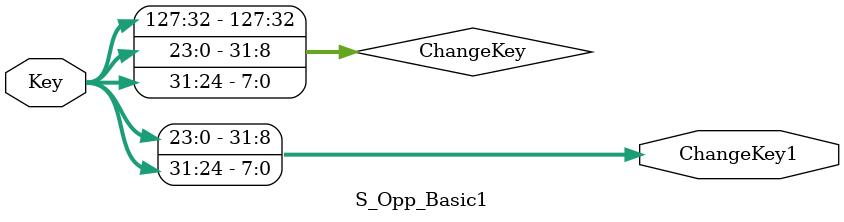
<source format=v>
module S_Opp_Basic1(Key,ChangeKey1);
  
  input[127:0]Key;
  
  output [31:0]ChangeKey1;
  
  wire [127:0]ChangeKey;
  
  assign ChangeKey1=ChangeKey[31:0];
  
  assign ChangeKey[63:32]  =Key[63:32];
  
  assign ChangeKey[95:64]  =Key[95:64];
  
  assign ChangeKey[127:96] =Key[127:96];
 
  assign ChangeKey[31:24]  =Key[23:16];
  
  assign ChangeKey[23:16]  =Key[15:8];
  
  assign ChangeKey[15:8]   =Key[7:0];
  
  assign ChangeKey[7:0]    =Key[31:24];
  
endmodule

/*
  |----------|----------|----------|----------|
  |127 to 120|95 to 88  |63 to 56  |23 to 16  |  
  |----------|----------|----------|----------|    
  |119 to 112|87 to 80  |55 to 48  |15 to 8   |   
  |----------|----------|----------|----------|   
  |111 to 104|79 to 72  |47 to 40  |7 to 0    |  
  |----------|----------|----------|----------|  
  |103 to 96 |71 to 64  |39 to 32  |31 to 24  |  
  |----------|----------|----------|----------|
*/
</source>
